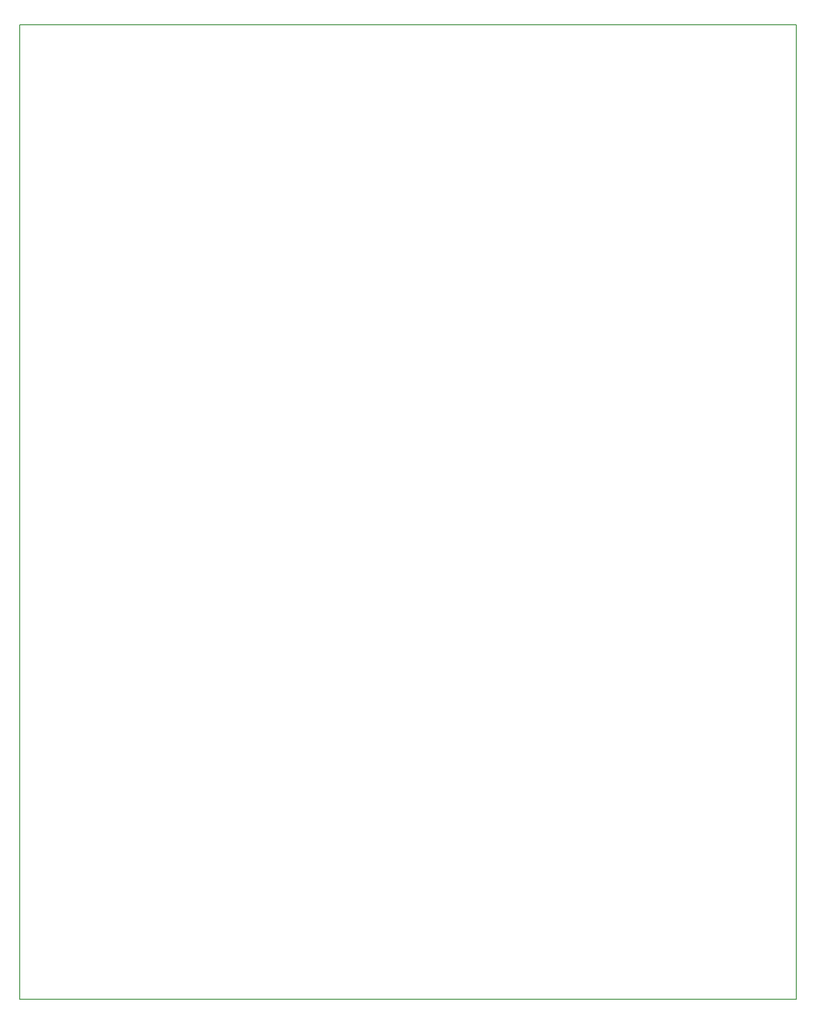
<source format=gbr>
%TF.GenerationSoftware,KiCad,Pcbnew,(5.1.10)-1*%
%TF.CreationDate,2021-08-19T16:33:58+09:00*%
%TF.ProjectId,ZeroGravity,5a65726f-4772-4617-9669-74792e6b6963,rev?*%
%TF.SameCoordinates,Original*%
%TF.FileFunction,Profile,NP*%
%FSLAX46Y46*%
G04 Gerber Fmt 4.6, Leading zero omitted, Abs format (unit mm)*
G04 Created by KiCad (PCBNEW (5.1.10)-1) date 2021-08-19 16:33:58*
%MOMM*%
%LPD*%
G01*
G04 APERTURE LIST*
%TA.AperFunction,Profile*%
%ADD10C,0.150000*%
%TD*%
G04 APERTURE END LIST*
D10*
X31550000Y-180000000D02*
X31550000Y0D01*
X175000000Y-180000000D02*
X31550000Y-180000000D01*
X175000000Y0D02*
X175000000Y-180000000D01*
X31550000Y0D02*
X175000000Y0D01*
M02*

</source>
